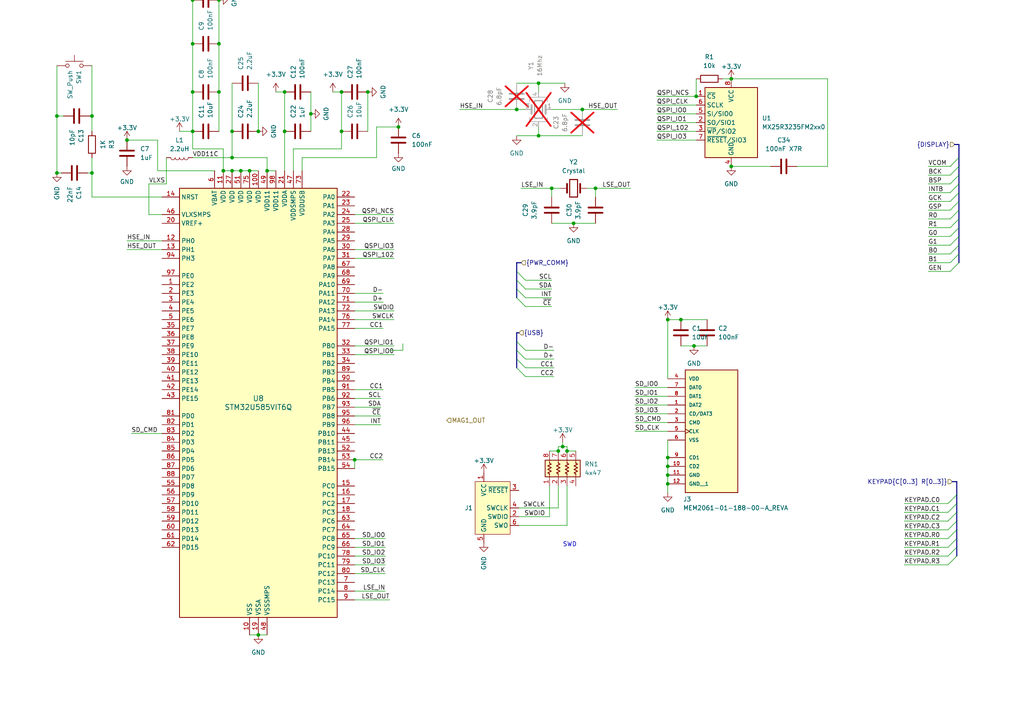
<source format=kicad_sch>
(kicad_sch (version 20230121) (generator eeschema)
  (paper "A4")
  (lib_symbols
    (symbol "Connector:Conn_ARM_SWD_TagConnect_TC2030-NL" (in_bom no)
      (property "Reference" "J" (at 2.54 11.43 0))
      (property "Value" "Conn_ARM_SWD_TagConnect_TC2030-NL" (at 2.54 8.89 0))
      (symbol "Conn_ARM_SWD_TagConnect_TC2030-NL_0_0"
        (pin power_in line (at -2.54 10.16 270) (length 2.54) (name "VCC") (number "1"))
        (pin bidirectional line (at 7.62 -2.54 180) (length 2.54) (name "SWDIO") (number "2"))
        (pin open_collector line (at 7.62 5.08 180) (length 2.54) (name "~{RESET}") (number "3"))
        (pin output line (at 7.62 0 180) (length 2.54) (name "SWCLK") (number "4"))
        (pin power_in line (at -2.54 -10.16 90) (length 2.54) (name "GND") (number "5"))
        (pin input line (at 7.62 -5.08 180) (length 2.54) (name "SWO") (number "6"))
      )
      (symbol "Conn_ARM_SWD_TagConnect_TC2030-NL_0_1"
        (rectangle (start -5.08 7.62) (end 5.08 -7.62) (fill (type background)))
      )
    )
    (symbol "Device:C" (pin_numbers hide) (pin_names (offset 0.254))
      (property "Reference" "C" (at 0.635 2.54 0))
      (property "Value" "C" (at 0.635 -2.54 0))
      (symbol "C_0_1"
        (polyline (pts (xy -2.032 -0.762) (xy 2.032 -0.762)) (stroke (width 0.508)))
        (polyline (pts (xy -2.032 0.762) (xy 2.032 0.762)) (stroke (width 0.508)))
      )
      (symbol "C_1_1"
        (pin passive line (at 0 3.81 270) (length 2.794) (name "~") (number "1"))
        (pin passive line (at 0 -3.81 90) (length 2.794) (name "~") (number "2"))
      )
    )
    (symbol "Device:Crystal" (pin_numbers hide) (pin_names (offset 1.016) hide)
      (property "Reference" "Y" (at 0 3.81 0))
      (property "Value" "Crystal" (at 0 -3.81 0))
      (symbol "Crystal_0_1"
        (rectangle (start -1.143 2.54) (end 1.143 -2.54) (stroke (width 0.3048)))
        (polyline (pts (xy -2.54 0) (xy -1.905 0)))
        (polyline (pts (xy -1.905 -1.27) (xy -1.905 1.27)) (stroke (width 0.508)))
        (polyline (pts (xy 1.905 -1.27) (xy 1.905 1.27)) (stroke (width 0.508)))
        (polyline (pts (xy 2.54 0) (xy 1.905 0)))
      )
      (symbol "Crystal_1_1"
        (pin passive line (at -3.81 0 0) (length 1.27) (name "1") (number "1"))
        (pin passive line (at 3.81 0 180) (length 1.27) (name "2") (number "2"))
      )
    )
    (symbol "Device:Crystal_GND24" (pin_names (offset 1.016) hide)
      (property "Reference" "Y" (at 3.175 5.08 0))
      (property "Value" "Crystal_GND24" (at 3.175 3.175 0))
      (symbol "Crystal_GND24_0_1"
        (rectangle (start -1.143 2.54) (end 1.143 -2.54) (stroke (width 0.3048)))
        (polyline (pts (xy -2.54 0) (xy -2.032 0)))
        (polyline (pts (xy -2.032 -1.27) (xy -2.032 1.27)) (stroke (width 0.508)))
        (polyline (pts (xy 0 -3.81) (xy 0 -3.556)))
        (polyline (pts (xy 0 3.556) (xy 0 3.81)))
        (polyline (pts (xy 2.032 -1.27) (xy 2.032 1.27)) (stroke (width 0.508)))
        (polyline (pts (xy 2.032 0) (xy 2.54 0)))
        (polyline (pts (xy -2.54 -2.286) (xy -2.54 -3.556) (xy 2.54 -3.556) (xy 2.54 -2.286)))
        (polyline (pts (xy -2.54 2.286) (xy -2.54 3.556) (xy 2.54 3.556) (xy 2.54 2.286)))
      )
      (symbol "Crystal_GND24_1_1"
        (pin passive line (at -3.81 0 0) (length 1.27) (name "1") (number "1"))
        (pin passive line (at 0 5.08 270) (length 1.27) (name "2") (number "2"))
        (pin passive line (at 3.81 0 180) (length 1.27) (name "3") (number "3"))
        (pin passive line (at 0 -5.08 90) (length 1.27) (name "4") (number "4"))
      )
    )
    (symbol "Device:L" (pin_numbers hide) (pin_names (offset 1.016) hide)
      (property "Reference" "L" (at -1.27 0 90))
      (property "Value" "L" (at 1.905 0 90))
      (symbol "L_0_1"
        (arc (start 0 -2.54) (mid 0.6323 -1.905) (end 0 -1.27))
        (arc (start 0 -1.27) (mid 0.6323 -0.635) (end 0 0))
        (arc (start 0 0) (mid 0.6323 0.635) (end 0 1.27))
        (arc (start 0 1.27) (mid 0.6323 1.905) (end 0 2.54))
      )
      (symbol "L_1_1"
        (pin passive line (at 0 3.81 270) (length 1.27) (name "1") (number "1"))
        (pin passive line (at 0 -3.81 90) (length 1.27) (name "2") (number "2"))
      )
    )
    (symbol "Device:R" (pin_numbers hide) (pin_names (offset 0))
      (property "Reference" "R" (at 2.032 0 90))
      (property "Value" "R" (at 0 0 90))
      (symbol "R_0_1"
        (rectangle (start -1.016 -2.54) (end 1.016 2.54) (stroke (width 0.254)))
      )
      (symbol "R_1_1"
        (pin passive line (at 0 3.81 270) (length 1.27) (name "~") (number "1"))
        (pin passive line (at 0 -3.81 90) (length 1.27) (name "~") (number "2"))
      )
    )
    (symbol "MCU_ST_STM32U5:STM32U585VITxQ"
      (property "Reference" "U" (at -22.86 64.77 0))
      (property "Value" "STM32U585VITxQ" (at 15.24 64.77 0))
      (symbol "STM32U585VITxQ_0_1"
        (rectangle (start -22.86 -60.96) (end 22.86 63.5) (stroke (width 0.254)) (fill (type background)))
      )
      (symbol "STM32U585VITxQ_1_1"
        (pin bidirectional line (at -27.94 35.56 0) (length 5.08) (name "PE2") (number "1"))
        (pin power_in line (at -2.54 -66.04 90) (length 5.08) (name "VSS") (number "10"))
        (pin power_in line (at 0 68.58 270) (length 5.08) (name "VDD") (number "100"))
        (pin power_in line (at -10.16 68.58 270) (length 5.08) (name "VDD") (number "11"))
        (pin bidirectional line (at -27.94 48.26 0) (length 5.08) (name "PH0") (number "12"))
        (pin bidirectional line (at -27.94 45.72 0) (length 5.08) (name "PH1") (number "13"))
        (pin input line (at -27.94 60.96 0) (length 5.08) (name "NRST") (number "14"))
        (pin bidirectional line (at 27.94 -22.86 180) (length 5.08) (name "PC0") (number "15"))
        (pin bidirectional line (at 27.94 -25.4 180) (length 5.08) (name "PC1") (number "16"))
        (pin bidirectional line (at 27.94 -27.94 180) (length 5.08) (name "PC2") (number "17"))
        (pin bidirectional line (at 27.94 -30.48 180) (length 5.08) (name "PC3") (number "18"))
        (pin power_in line (at 0 -66.04 90) (length 5.08) (name "VSSA") (number "19"))
        (pin bidirectional line (at -27.94 33.02 0) (length 5.08) (name "PE3") (number "2"))
        (pin input line (at -27.94 53.34 0) (length 5.08) (name "VREF+") (number "20"))
        (pin power_in line (at 7.62 68.58 270) (length 5.08) (name "VDDA") (number "21"))
        (pin bidirectional line (at 27.94 60.96 180) (length 5.08) (name "PA0") (number "22"))
        (pin bidirectional line (at 27.94 58.42 180) (length 5.08) (name "PA1") (number "23"))
        (pin bidirectional line (at 27.94 55.88 180) (length 5.08) (name "PA2") (number "24"))
        (pin bidirectional line (at 27.94 53.34 180) (length 5.08) (name "PA3") (number "25"))
        (pin passive line (at -2.54 -66.04 90) (length 5.08) hide (name "VSS") (number "26"))
        (pin power_in line (at -7.62 68.58 270) (length 5.08) (name "VDD") (number "27"))
        (pin bidirectional line (at 27.94 50.8 180) (length 5.08) (name "PA4") (number "28"))
        (pin bidirectional line (at 27.94 48.26 180) (length 5.08) (name "PA5") (number "29"))
        (pin bidirectional line (at -27.94 30.48 0) (length 5.08) (name "PE4") (number "3"))
        (pin bidirectional line (at 27.94 45.72 180) (length 5.08) (name "PA6") (number "30"))
        (pin bidirectional line (at 27.94 43.18 180) (length 5.08) (name "PA7") (number "31"))
        (pin bidirectional line (at 27.94 17.78 180) (length 5.08) (name "PB0") (number "32"))
        (pin bidirectional line (at 27.94 15.24 180) (length 5.08) (name "PB1") (number "33"))
        (pin bidirectional line (at 27.94 12.7 180) (length 5.08) (name "PB2") (number "34"))
        (pin bidirectional line (at -27.94 22.86 0) (length 5.08) (name "PE7") (number "35"))
        (pin bidirectional line (at -27.94 20.32 0) (length 5.08) (name "PE8") (number "36"))
        (pin bidirectional line (at -27.94 17.78 0) (length 5.08) (name "PE9") (number "37"))
        (pin bidirectional line (at -27.94 15.24 0) (length 5.08) (name "PE10") (number "38"))
        (pin bidirectional line (at -27.94 12.7 0) (length 5.08) (name "PE11") (number "39"))
        (pin bidirectional line (at -27.94 27.94 0) (length 5.08) (name "PE5") (number "4"))
        (pin bidirectional line (at -27.94 10.16 0) (length 5.08) (name "PE12") (number "40"))
        (pin bidirectional line (at -27.94 7.62 0) (length 5.08) (name "PE13") (number "41"))
        (pin bidirectional line (at -27.94 5.08 0) (length 5.08) (name "PE14") (number "42"))
        (pin bidirectional line (at -27.94 2.54 0) (length 5.08) (name "PE15") (number "43"))
        (pin bidirectional line (at 27.94 -7.62 180) (length 5.08) (name "PB10") (number "44"))
        (pin bidirectional line (at 27.94 -10.16 180) (length 5.08) (name "PB11") (number "45"))
        (pin power_in line (at -27.94 55.88 0) (length 5.08) (name "VLXSMPS") (number "46"))
        (pin power_in line (at 10.16 68.58 270) (length 5.08) (name "VDDSMPS") (number "47"))
        (pin power_in line (at 2.54 -66.04 90) (length 5.08) (name "VSSSMPS") (number "48"))
        (pin power_in line (at 2.54 68.58 270) (length 5.08) (name "VDD11") (number "49"))
        (pin bidirectional line (at -27.94 25.4 0) (length 5.08) (name "PE6") (number "5"))
        (pin passive line (at -2.54 -66.04 90) (length 5.08) hide (name "VSS") (number "50"))
        (pin power_in line (at -5.08 68.58 270) (length 5.08) (name "VDD") (number "51"))
        (pin bidirectional line (at 27.94 -12.7 180) (length 5.08) (name "PB13") (number "52"))
        (pin bidirectional line (at 27.94 -15.24 180) (length 5.08) (name "PB14") (number "53"))
        (pin bidirectional line (at 27.94 -17.78 180) (length 5.08) (name "PB15") (number "54"))
        (pin bidirectional line (at -27.94 -22.86 0) (length 5.08) (name "PD8") (number "55"))
        (pin bidirectional line (at -27.94 -25.4 0) (length 5.08) (name "PD9") (number "56"))
        (pin bidirectional line (at -27.94 -27.94 0) (length 5.08) (name "PD10") (number "57"))
        (pin bidirectional line (at -27.94 -30.48 0) (length 5.08) (name "PD11") (number "58"))
        (pin bidirectional line (at -27.94 -33.02 0) (length 5.08) (name "PD12") (number "59"))
        (pin power_in line (at -12.7 68.58 270) (length 5.08) (name "VBAT") (number "6"))
        (pin bidirectional line (at -27.94 -35.56 0) (length 5.08) (name "PD13") (number "60"))
        (pin bidirectional line (at -27.94 -38.1 0) (length 5.08) (name "PD14") (number "61"))
        (pin bidirectional line (at -27.94 -40.64 0) (length 5.08) (name "PD15") (number "62"))
        (pin bidirectional line (at 27.94 -33.02 180) (length 5.08) (name "PC6") (number "63"))
        (pin bidirectional line (at 27.94 -35.56 180) (length 5.08) (name "PC7") (number "64"))
        (pin bidirectional line (at 27.94 -38.1 180) (length 5.08) (name "PC8") (number "65"))
        (pin bidirectional line (at 27.94 -40.64 180) (length 5.08) (name "PC9") (number "66"))
        (pin bidirectional line (at 27.94 40.64 180) (length 5.08) (name "PA8") (number "67"))
        (pin bidirectional line (at 27.94 38.1 180) (length 5.08) (name "PA9") (number "68"))
        (pin bidirectional line (at 27.94 35.56 180) (length 5.08) (name "PA10") (number "69"))
        (pin bidirectional line (at 27.94 -50.8 180) (length 5.08) (name "PC13") (number "7"))
        (pin bidirectional line (at 27.94 33.02 180) (length 5.08) (name "PA11") (number "70"))
        (pin bidirectional line (at 27.94 30.48 180) (length 5.08) (name "PA12") (number "71"))
        (pin bidirectional line (at 27.94 27.94 180) (length 5.08) (name "PA13") (number "72"))
        (pin power_in line (at 12.7 68.58 270) (length 5.08) (name "VDDUSB") (number "73"))
        (pin passive line (at -2.54 -66.04 90) (length 5.08) hide (name "VSS") (number "74"))
        (pin power_in line (at -2.54 68.58 270) (length 5.08) (name "VDD") (number "75"))
        (pin bidirectional line (at 27.94 25.4 180) (length 5.08) (name "PA14") (number "76"))
        (pin bidirectional line (at 27.94 22.86 180) (length 5.08) (name "PA15") (number "77"))
        (pin bidirectional line (at 27.94 -43.18 180) (length 5.08) (name "PC10") (number "78"))
        (pin bidirectional line (at 27.94 -45.72 180) (length 5.08) (name "PC11") (number "79"))
        (pin bidirectional line (at 27.94 -53.34 180) (length 5.08) (name "PC14") (number "8"))
        (pin bidirectional line (at 27.94 -48.26 180) (length 5.08) (name "PC12") (number "80"))
        (pin bidirectional line (at -27.94 -2.54 0) (length 5.08) (name "PD0") (number "81"))
        (pin bidirectional line (at -27.94 -5.08 0) (length 5.08) (name "PD1") (number "82"))
        (pin bidirectional line (at -27.94 -7.62 0) (length 5.08) (name "PD2") (number "83"))
        (pin bidirectional line (at -27.94 -10.16 0) (length 5.08) (name "PD3") (number "84"))
        (pin bidirectional line (at -27.94 -12.7 0) (length 5.08) (name "PD4") (number "85"))
        (pin bidirectional line (at -27.94 -15.24 0) (length 5.08) (name "PD5") (number "86"))
        (pin bidirectional line (at -27.94 -17.78 0) (length 5.08) (name "PD6") (number "87"))
        (pin bidirectional line (at -27.94 -20.32 0) (length 5.08) (name "PD7") (number "88"))
        (pin bidirectional line (at 27.94 10.16 180) (length 5.08) (name "PB3") (number "89"))
        (pin bidirectional line (at 27.94 -55.88 180) (length 5.08) (name "PC15") (number "9"))
        (pin bidirectional line (at 27.94 7.62 180) (length 5.08) (name "PB4") (number "90"))
        (pin bidirectional line (at 27.94 5.08 180) (length 5.08) (name "PB5") (number "91"))
        (pin bidirectional line (at 27.94 2.54 180) (length 5.08) (name "PB6") (number "92"))
        (pin bidirectional line (at 27.94 0 180) (length 5.08) (name "PB7") (number "93"))
        (pin bidirectional line (at -27.94 43.18 0) (length 5.08) (name "PH3") (number "94"))
        (pin bidirectional line (at 27.94 -2.54 180) (length 5.08) (name "PB8") (number "95"))
        (pin bidirectional line (at 27.94 -5.08 180) (length 5.08) (name "PB9") (number "96"))
        (pin bidirectional line (at -27.94 38.1 0) (length 5.08) (name "PE0") (number "97"))
        (pin power_in line (at 5.08 68.58 270) (length 5.08) (name "VDD11") (number "98"))
        (pin passive line (at -2.54 -66.04 90) (length 5.08) hide (name "VSS") (number "99"))
      )
    )
    (symbol "MEM2061-01-188-00-A_REVA:MEM2061-01-188-00-A_REVA" (pin_names (offset 1.016))
      (property "Reference" "J" (at 0 15.2675 0))
      (property "Value" "MEM2061-01-188-00-A_REVA" (at 0 -22.8815 0))
      (symbol "MEM2061-01-188-00-A_REVA_0_0"
        (rectangle (start 0 -20.32) (end 15.24 15.24) (stroke (width 0.254)) (fill (type background)))
        (pin bidirectional line (at -5.08 5.08 0) (length 5.08) (name "DAT2") (number "1"))
        (pin passive line (at -5.08 -12.7 0) (length 5.08) (name "CD2") (number "10"))
        (pin power_in line (at -5.08 -15.24 0) (length 5.08) (name "GND") (number "11"))
        (pin power_in line (at -5.08 -17.78 0) (length 5.08) (name "GND__1") (number "12"))
        (pin bidirectional line (at -5.08 2.54 0) (length 5.08) (name "CD/DAT3") (number "2"))
        (pin bidirectional line (at -5.08 0 0) (length 5.08) (name "CMD") (number "3"))
        (pin power_in line (at -5.08 12.7 0) (length 5.08) (name "VDD") (number "4"))
        (pin bidirectional clock (at -5.08 -2.54 0) (length 5.08) (name "CLK") (number "5"))
        (pin power_in line (at -5.08 -5.08 0) (length 5.08) (name "VSS") (number "6"))
        (pin bidirectional line (at -5.08 10.16 0) (length 5.08) (name "DAT0") (number "7"))
        (pin bidirectional line (at -5.08 7.62 0) (length 5.08) (name "DAT1") (number "8"))
        (pin passive line (at -5.08 -10.16 0) (length 5.08) (name "CD1") (number "9"))
      )
    )
    (symbol "Memory_Flash:MX25R3235FM2xx0"
      (property "Reference" "U" (at -6.35 11.43 0))
      (property "Value" "MX25R3235FM2xx0" (at 11.43 11.43 0))
      (symbol "MX25R3235FM2xx0_0_1"
        (rectangle (start -7.62 10.16) (end 7.62 -10.16) (stroke (width 0.254)) (fill (type background)))
      )
      (symbol "MX25R3235FM2xx0_1_1"
        (pin input line (at -10.16 7.62 0) (length 2.54) (name "~{CS}") (number "1"))
        (pin bidirectional line (at -10.16 0 0) (length 2.54) (name "SO/SIO1") (number "2"))
        (pin bidirectional line (at -10.16 -2.54 0) (length 2.54) (name "~{WP}/SIO2") (number "3"))
        (pin power_in line (at 0 -12.7 90) (length 2.54) (name "GND") (number "4"))
        (pin bidirectional line (at -10.16 2.54 0) (length 2.54) (name "SI/SIO0") (number "5"))
        (pin input line (at -10.16 5.08 0) (length 2.54) (name "SCLK") (number "6"))
        (pin bidirectional line (at -10.16 -5.08 0) (length 2.54) (name "~{RESET}/SIO3") (number "7"))
        (pin power_in line (at 0 12.7 270) (length 2.54) (name "VCC") (number "8"))
      )
    )
    (symbol "PCM_Resistor_US_AKL:R_4x0603_Convex" (pin_names (offset 0.002) hide)
      (property "Reference" "RN" (at 5.08 1.27 0))
      (property "Value" "R_4x0603_Convex" (at 5.08 -1.27 0))
      (symbol "R_4x0603_Convex_0_1"
        (rectangle (start -6.35 -2.413) (end 3.81 2.413) (stroke (width 0.254)) (fill (type background)))
        (polyline (pts (xy -5.08 -2.54) (xy -5.08 -1.778)))
        (polyline (pts (xy -5.08 1.778) (xy -5.08 2.54)))
        (polyline (pts (xy -2.54 -2.54) (xy -2.54 -1.778)))
        (polyline (pts (xy -2.54 1.778) (xy -2.54 2.54)))
        (polyline (pts (xy 0 -2.54) (xy 0 -1.778)))
        (polyline (pts (xy 0 1.778) (xy 0 2.54)))
        (polyline (pts (xy 2.54 -2.54) (xy 2.54 -1.778)))
        (polyline (pts (xy 2.54 1.778) (xy 2.54 2.54)))
        (polyline (pts (xy -5.08 1.778) (xy -5.08 1.524) (xy -4.572 1.27) (xy -5.588 0.762) (xy -4.572 0.254) (xy -5.588 -0.254) (xy -4.572 -0.762) (xy -5.588 -1.27) (xy -5.08 -1.524) (xy -5.08 -1.778)) (stroke (width 0.254)))
        (polyline (pts (xy -2.54 1.778) (xy -2.54 1.524) (xy -2.032 1.27) (xy -3.048 0.762) (xy -2.032 0.254) (xy -3.048 -0.254) (xy -2.032 -0.762) (xy -3.048 -1.27) (xy -2.54 -1.524) (xy -2.54 -1.778)) (stroke (width 0.254)))
        (polyline (pts (xy 0 1.778) (xy 0 1.524) (xy 0.508 1.27) (xy -0.508 0.762) (xy 0.508 0.254) (xy -0.508 -0.254) (xy 0.508 -0.762) (xy -0.508 -1.27) (xy 0 -1.524) (xy 0 -1.778)) (stroke (width 0.254)))
        (polyline (pts (xy 2.54 1.778) (xy 2.54 1.524) (xy 3.048 1.27) (xy 2.032 0.762) (xy 3.048 0.254) (xy 2.032 -0.254) (xy 3.048 -0.762) (xy 2.032 -1.27) (xy 2.54 -1.524) (xy 2.54 -1.778)) (stroke (width 0.254)))
      )
      (symbol "R_4x0603_Convex_1_1"
        (pin passive line (at -5.08 -5.08 90) (length 2.54) (name "R1.1") (number "1"))
        (pin passive line (at -2.54 -5.08 90) (length 2.54) (name "R2.1") (number "2"))
        (pin passive line (at 0 -5.08 90) (length 2.54) (name "R3.1") (number "3"))
        (pin passive line (at 2.54 -5.08 90) (length 2.54) (name "R4.1") (number "4"))
        (pin passive line (at 2.54 5.08 270) (length 2.54) (name "R4.2") (number "5"))
        (pin passive line (at 0 5.08 270) (length 2.54) (name "R3.2") (number "6"))
        (pin passive line (at -2.54 5.08 270) (length 2.54) (name "R2.2") (number "7"))
        (pin passive line (at -5.08 5.08 270) (length 2.54) (name "R1.2") (number "8"))
      )
    )
    (symbol "Switch:SW_Push" (pin_numbers hide) (pin_names (offset 1.016) hide)
      (property "Reference" "SW" (at 1.27 2.54 0))
      (property "Value" "SW_Push" (at 0 -1.524 0))
      (symbol "SW_Push_0_1"
        (circle (center -2.032 0) (radius 0.508))
        (polyline (pts (xy 0 1.27) (xy 0 3.048)))
        (polyline (pts (xy 2.54 1.27) (xy -2.54 1.27)))
        (circle (center 2.032 0) (radius 0.508))
        (pin passive line (at -5.08 0 0) (length 2.54) (name "1") (number "1"))
        (pin passive line (at 5.08 0 180) (length 2.54) (name "2") (number "2"))
      )
    )
    (symbol "power:+3.3V" (power) (pin_names (offset 0))
      (property "Value" "+3.3V" (at 0 3.556 0))
      (symbol "+3.3V_0_1"
        (polyline (pts (xy -0.762 1.27) (xy 0 2.54)))
        (polyline (pts (xy 0 0) (xy 0 2.54)))
        (polyline (pts (xy 0 2.54) (xy 0.762 1.27)))
      )
      (symbol "+3.3V_1_1"
        (pin power_in line (at 0 0 90) (length 0) hide (name "+3.3V") (number "1"))
      )
    )
    (symbol "power:GND" (power) (pin_names (offset 0))
      (property "Value" "GND" (at 0 -3.81 0))
      (symbol "GND_0_1"
        (polyline (pts (xy 0 0) (xy 0 -1.27) (xy 1.27 -1.27) (xy 0 -2.54) (xy -1.27 -1.27) (xy 0 -1.27)))
      )
      (symbol "GND_1_1"
        (pin power_in line (at 0 0 270) (length 0) hide (name "GND") (number "1"))
      )
    )
  )
  (bus_alias "PWR_COMM" (members "~{CE}" "INT" "SCL" "SDA"))
  (junction (at 36.83 40.64))
  (junction (at 16.51 33.655))
  (junction (at 193.675 135.255))
  (junction (at 166.37 64.77))
  (junction (at 193.675 137.795))
  (junction (at 90.17 33.02))
  (junction (at 63.5 26.67))
  (junction (at 55.88 -13.97))
  (junction (at 102.87 133.35))
  (junction (at 67.31 38.1))
  (junction (at 63.5 0))
  (junction (at 74.93 38.1))
  (junction (at 26.67 33.655))
  (junction (at 160.02 54.61))
  (junction (at 212.09 22.86))
  (junction (at 69.85 49.53))
  (junction (at 115.57 36.83))
  (junction (at 55.88 26.67))
  (junction (at 55.88 12.7))
  (junction (at 161.925 130.81))
  (junction (at 55.88 38.1))
  (junction (at 55.88 0))
  (junction (at 67.31 45.72))
  (junction (at 77.47 49.53))
  (junction (at 82.55 38.1))
  (junction (at 197.485 92.71))
  (junction (at 201.295 100.33))
  (junction (at 99.06 26.67))
  (junction (at 201.93 27.94))
  (junction (at 26.67 50.165))
  (junction (at 164.465 130.81))
  (junction (at 16.51 50.165))
  (junction (at 193.675 92.71))
  (junction (at 172.72 54.61))
  (junction (at 72.39 49.53))
  (junction (at 212.09 48.26))
  (junction (at 99.06 38.1))
  (junction (at 63.5 12.7))
  (junction (at 163.195 129.54))
  (junction (at 193.675 140.335))
  (junction (at 193.675 132.715))
  (junction (at 156.21 39.37))
  (junction (at 63.5 -13.97))
  (junction (at 168.91 31.75))
  (junction (at 106.68 26.67))
  (junction (at 67.31 49.53))
  (junction (at 82.55 26.67))
  (junction (at 74.93 184.15))
  (junction (at 156.21 24.13))
  (junction (at 64.77 49.53))
  (junction (at 149.86 31.75))
  (bus_entry (at 149.86 101.6) (size 2.54 2.54))
  (bus_entry (at 278.13 66.04) (size -2.54 2.54))
  (bus_entry (at 149.86 83.82) (size 2.54 2.54))
  (bus_entry (at 278.13 76.2) (size -2.54 2.54))
  (bus_entry (at 278.13 63.5) (size -2.54 2.54))
  (bus_entry (at 277.495 148.59) (size -2.54 2.54))
  (bus_entry (at 277.495 153.67) (size -2.54 2.54))
  (bus_entry (at 277.495 143.51) (size -2.54 2.54))
  (bus_entry (at 278.13 60.96) (size -2.54 2.54))
  (bus_entry (at 278.13 58.42) (size -2.54 2.54))
  (bus_entry (at 278.13 45.72) (size -2.54 2.54))
  (bus_entry (at 278.13 68.58) (size -2.54 2.54))
  (bus_entry (at 277.495 158.75) (size -2.54 2.54))
  (bus_entry (at 278.13 55.88) (size -2.54 2.54))
  (bus_entry (at 277.495 151.13) (size -2.54 2.54))
  (bus_entry (at 277.495 146.05) (size -2.54 2.54))
  (bus_entry (at 278.13 53.34) (size -2.54 2.54))
  (bus_entry (at 149.86 106.68) (size 2.54 2.54))
  (bus_entry (at 277.495 161.29) (size -2.54 2.54))
  (bus_entry (at 278.13 73.66) (size -2.54 2.54))
  (bus_entry (at 277.495 156.21) (size -2.54 2.54))
  (bus_entry (at 149.86 99.06) (size 2.54 2.54))
  (bus_entry (at 149.86 86.36) (size 2.54 2.54))
  (bus_entry (at 149.86 81.28) (size 2.54 2.54))
  (bus_entry (at 149.86 104.14) (size 2.54 2.54))
  (bus_entry (at 278.13 48.26) (size -2.54 2.54))
  (bus_entry (at 278.13 50.8) (size -2.54 2.54))
  (bus_entry (at 278.13 71.12) (size -2.54 2.54))
  (bus_entry (at 149.86 78.74) (size 2.54 2.54))
  (bus (pts (xy 278.13 48.26) (xy 278.13 50.8)))
  (wire (pts (xy 63.5 0) (xy 63.5 -13.97)))
  (wire (pts (xy 172.72 54.61) (xy 170.18 54.61)))
  (wire (pts (xy 156.21 26.67) (xy 156.21 24.13)))
  (bus (pts (xy 277.495 153.67) (xy 277.495 156.21)))
  (wire (pts (xy 82.55 38.1) (xy 82.55 26.67)))
  (wire (pts (xy 72.39 184.15) (xy 74.93 184.15)))
  (wire (pts (xy 111.76 158.75) (xy 102.87 158.75)))
  (wire (pts (xy 150.495 152.4) (xy 164.465 152.4)))
  (wire (pts (xy 72.39 49.53) (xy 69.85 49.53)))
  (wire (pts (xy 209.55 22.86) (xy 212.09 22.86)))
  (wire (pts (xy 275.59 63.5) (xy 269.24 63.5)))
  (wire (pts (xy 164.465 130.81) (xy 167.005 130.81)))
  (wire (pts (xy 190.5 33.02) (xy 201.93 33.02)))
  (wire (pts (xy 262.255 158.75) (xy 274.955 158.75)))
  (wire (pts (xy 55.88 43.18) (xy 64.77 43.18)))
  (wire (pts (xy 45.72 40.64) (xy 45.72 49.53)))
  (wire (pts (xy 52.07 38.1) (xy 55.88 38.1)))
  (wire (pts (xy 90.17 33.02) (xy 90.17 26.67)))
  (wire (pts (xy 102.87 113.03) (xy 111.125 113.03)))
  (wire (pts (xy 111.76 166.37) (xy 102.87 166.37)))
  (wire (pts (xy 111.76 161.29) (xy 102.87 161.29)))
  (wire (pts (xy 184.15 122.555) (xy 193.675 122.555)))
  (bus (pts (xy 277.495 151.13) (xy 277.495 153.67)))
  (wire (pts (xy 55.88 38.1) (xy 55.88 43.18)))
  (wire (pts (xy 160.02 54.61) (xy 162.56 54.61)))
  (wire (pts (xy 26.67 57.15) (xy 46.99 57.15)))
  (bus (pts (xy 149.86 83.82) (xy 149.86 86.36)))
  (wire (pts (xy 193.675 132.715) (xy 193.675 135.255)))
  (bus (pts (xy 277.495 139.7) (xy 277.495 143.51)))
  (wire (pts (xy 63.5 -13.97) (xy 63.5 -26.67)))
  (wire (pts (xy 114.3 64.77) (xy 102.87 64.77)))
  (wire (pts (xy 201.93 35.56) (xy 190.5 35.56)))
  (wire (pts (xy 262.255 153.67) (xy 274.955 153.67)))
  (wire (pts (xy 116.84 101.6) (xy 113.03 101.6)))
  (wire (pts (xy 38.1 125.73) (xy 46.99 125.73)))
  (wire (pts (xy 172.72 54.61) (xy 172.72 57.15)))
  (wire (pts (xy 184.15 114.935) (xy 193.675 114.935)))
  (wire (pts (xy 102.87 115.57) (xy 110.49 115.57)))
  (wire (pts (xy 116.84 99.695) (xy 116.84 101.6)))
  (wire (pts (xy 55.88 38.1) (xy 55.88 26.67)))
  (wire (pts (xy 55.88 -13.97) (xy 55.88 -26.67)))
  (wire (pts (xy 160.655 109.22) (xy 152.4 109.22)))
  (wire (pts (xy 111.125 133.35) (xy 102.87 133.35)))
  (wire (pts (xy 201.295 100.33) (xy 205.105 100.33)))
  (wire (pts (xy 26.67 45.72) (xy 26.67 50.165)))
  (bus (pts (xy 278.13 50.8) (xy 278.13 53.34)))
  (bus (pts (xy 149.86 101.6) (xy 149.86 104.14)))
  (bus (pts (xy 278.13 68.58) (xy 278.13 71.12)))
  (wire (pts (xy 82.55 38.1) (xy 82.55 49.53)))
  (wire (pts (xy 190.5 38.1) (xy 201.93 38.1)))
  (wire (pts (xy 184.15 112.395) (xy 193.675 112.395)))
  (wire (pts (xy 63.5 26.67) (xy 63.5 12.7)))
  (bus (pts (xy 149.86 81.28) (xy 149.86 83.82)))
  (wire (pts (xy 160.02 31.75) (xy 168.91 31.75)))
  (bus (pts (xy 276.225 139.7) (xy 277.495 139.7)))
  (wire (pts (xy 67.31 38.1) (xy 67.31 24.13)))
  (wire (pts (xy 184.15 125.095) (xy 193.675 125.095)))
  (wire (pts (xy 161.925 147.32) (xy 161.925 140.97)))
  (wire (pts (xy 26.67 19.05) (xy 26.67 33.655)))
  (wire (pts (xy 275.59 78.74) (xy 269.24 78.74)))
  (wire (pts (xy 102.87 100.33) (xy 114.3 100.33)))
  (wire (pts (xy 133.35 31.75) (xy 149.86 31.75)))
  (wire (pts (xy 111.76 156.21) (xy 102.87 156.21)))
  (wire (pts (xy 16.51 33.655) (xy 16.51 50.165)))
  (wire (pts (xy 96.52 26.67) (xy 99.06 26.67)))
  (wire (pts (xy 150.495 147.32) (xy 161.925 147.32)))
  (wire (pts (xy 164.465 129.54) (xy 164.465 130.81)))
  (wire (pts (xy 114.3 90.17) (xy 102.87 90.17)))
  (wire (pts (xy 114.3 62.23) (xy 102.87 62.23)))
  (wire (pts (xy 111.125 87.63) (xy 102.87 87.63)))
  (wire (pts (xy 48.26 53.34) (xy 43.18 53.34)))
  (wire (pts (xy 152.4 101.6) (xy 160.655 101.6)))
  (wire (pts (xy 275.59 48.26) (xy 269.24 48.26)))
  (wire (pts (xy 90.17 38.1) (xy 90.17 33.02)))
  (wire (pts (xy 164.465 140.97) (xy 164.465 152.4)))
  (wire (pts (xy 102.87 118.11) (xy 110.49 118.11)))
  (wire (pts (xy 275.59 68.58) (xy 269.24 68.58)))
  (wire (pts (xy 67.31 49.53) (xy 64.77 49.53)))
  (bus (pts (xy 277.495 158.75) (xy 277.495 161.29)))
  (wire (pts (xy 274.955 148.59) (xy 262.255 148.59)))
  (wire (pts (xy 184.15 117.475) (xy 193.675 117.475)))
  (wire (pts (xy 85.09 43.18) (xy 99.06 43.18)))
  (wire (pts (xy 156.21 36.83) (xy 156.21 39.37)))
  (wire (pts (xy 193.675 127.635) (xy 193.675 132.715)))
  (bus (pts (xy 278.13 41.91) (xy 278.13 45.72)))
  (wire (pts (xy 111.76 171.45) (xy 102.87 171.45)))
  (wire (pts (xy 160.655 104.14) (xy 152.4 104.14)))
  (wire (pts (xy 152.4 88.9) (xy 160.02 88.9)))
  (wire (pts (xy 190.5 27.94) (xy 201.93 27.94)))
  (wire (pts (xy 102.87 173.99) (xy 113.03 173.99)))
  (wire (pts (xy 36.83 69.85) (xy 46.99 69.85)))
  (bus (pts (xy 277.495 148.59) (xy 277.495 151.13)))
  (wire (pts (xy 64.77 43.18) (xy 64.77 49.53)))
  (wire (pts (xy 26.67 38.1) (xy 26.67 33.655)))
  (bus (pts (xy 278.13 53.34) (xy 278.13 55.88)))
  (wire (pts (xy 102.87 120.65) (xy 110.49 120.65)))
  (wire (pts (xy 190.5 30.48) (xy 201.93 30.48)))
  (wire (pts (xy 160.02 64.77) (xy 166.37 64.77)))
  (wire (pts (xy 156.21 39.37) (xy 168.91 39.37)))
  (bus (pts (xy 278.13 66.04) (xy 278.13 68.58)))
  (wire (pts (xy 262.255 156.21) (xy 274.955 156.21)))
  (bus (pts (xy 277.495 156.21) (xy 277.495 158.75)))
  (wire (pts (xy 275.59 55.88) (xy 269.24 55.88)))
  (wire (pts (xy 149.86 24.13) (xy 156.21 24.13)))
  (wire (pts (xy 159.385 149.86) (xy 159.385 140.97)))
  (wire (pts (xy 184.15 120.015) (xy 193.675 120.015)))
  (wire (pts (xy 161.925 129.54) (xy 161.925 130.81)))
  (wire (pts (xy 262.255 161.29) (xy 274.955 161.29)))
  (wire (pts (xy 74.93 184.15) (xy 77.47 184.15)))
  (wire (pts (xy 193.675 92.71) (xy 193.675 109.855)))
  (bus (pts (xy 278.13 58.42) (xy 278.13 60.96)))
  (wire (pts (xy 275.59 73.66) (xy 269.24 73.66)))
  (wire (pts (xy 262.255 151.13) (xy 274.955 151.13)))
  (wire (pts (xy 45.72 40.64) (xy 36.83 40.64)))
  (wire (pts (xy 74.93 38.1) (xy 74.93 24.13)))
  (wire (pts (xy 26.67 57.15) (xy 26.67 50.165)))
  (wire (pts (xy 240.03 22.86) (xy 212.09 22.86)))
  (bus (pts (xy 278.13 60.96) (xy 278.13 63.5)))
  (wire (pts (xy 16.51 50.165) (xy 17.78 50.165)))
  (wire (pts (xy 55.88 26.67) (xy 55.88 12.7)))
  (wire (pts (xy 77.47 45.72) (xy 77.47 49.53)))
  (bus (pts (xy 276.86 41.91) (xy 278.13 41.91)))
  (wire (pts (xy 223.52 48.26) (xy 212.09 48.26)))
  (wire (pts (xy 166.37 64.77) (xy 172.72 64.77)))
  (wire (pts (xy 193.675 135.255) (xy 193.675 137.795)))
  (wire (pts (xy 43.18 62.23) (xy 46.99 62.23)))
  (bus (pts (xy 151.13 76.2) (xy 149.86 76.2)))
  (wire (pts (xy 102.87 133.35) (xy 102.87 135.89)))
  (wire (pts (xy 275.59 66.04) (xy 269.24 66.04)))
  (wire (pts (xy 275.59 58.42) (xy 269.24 58.42)))
  (wire (pts (xy 109.22 36.83) (xy 115.57 36.83)))
  (wire (pts (xy 55.88 12.7) (xy 55.88 0)))
  (wire (pts (xy 149.86 39.37) (xy 156.21 39.37)))
  (wire (pts (xy 193.675 92.71) (xy 197.485 92.71)))
  (wire (pts (xy 275.59 71.12) (xy 269.24 71.12)))
  (wire (pts (xy 48.26 45.72) (xy 48.26 53.34)))
  (wire (pts (xy 87.63 45.72) (xy 109.22 45.72)))
  (wire (pts (xy 26.67 33.655) (xy 26.035 33.655)))
  (wire (pts (xy 55.88 45.72) (xy 67.31 45.72)))
  (wire (pts (xy 102.87 85.09) (xy 111.125 85.09)))
  (wire (pts (xy 114.3 92.71) (xy 102.87 92.71)))
  (bus (pts (xy 149.86 104.14) (xy 149.86 106.68)))
  (wire (pts (xy 275.59 53.34) (xy 269.24 53.34)))
  (wire (pts (xy 275.59 76.2) (xy 269.24 76.2)))
  (wire (pts (xy 63.5 38.1) (xy 63.5 26.67)))
  (bus (pts (xy 277.495 146.05) (xy 277.495 148.59)))
  (wire (pts (xy 109.22 45.72) (xy 109.22 36.83)))
  (bus (pts (xy 149.86 96.52) (xy 149.86 99.06)))
  (wire (pts (xy 99.06 43.18) (xy 99.06 38.1)))
  (wire (pts (xy 102.87 123.19) (xy 110.49 123.19)))
  (wire (pts (xy 262.255 163.83) (xy 274.955 163.83)))
  (wire (pts (xy 151.13 54.61) (xy 160.02 54.61)))
  (wire (pts (xy 163.195 129.54) (xy 164.465 129.54)))
  (wire (pts (xy 26.67 50.165) (xy 25.4 50.165)))
  (wire (pts (xy 172.72 54.61) (xy 182.88 54.61)))
  (wire (pts (xy 63.5 12.7) (xy 63.5 0)))
  (wire (pts (xy 114.3 102.87) (xy 102.87 102.87)))
  (wire (pts (xy 152.4 81.28) (xy 160.02 81.28)))
  (bus (pts (xy 149.86 99.06) (xy 149.86 101.6)))
  (wire (pts (xy 69.85 49.53) (xy 67.31 49.53)))
  (wire (pts (xy 67.31 45.72) (xy 77.47 45.72)))
  (wire (pts (xy 114.3 74.93) (xy 102.87 74.93)))
  (wire (pts (xy 67.31 45.72) (xy 67.31 38.1)))
  (wire (pts (xy 85.09 49.53) (xy 85.09 43.18)))
  (wire (pts (xy 275.59 60.96) (xy 269.24 60.96)))
  (bus (pts (xy 278.13 71.12) (xy 278.13 73.66)))
  (wire (pts (xy 102.87 72.39) (xy 114.3 72.39)))
  (wire (pts (xy 149.86 31.75) (xy 152.4 31.75)))
  (wire (pts (xy 102.87 95.25) (xy 111.125 95.25)))
  (wire (pts (xy 275.59 50.8) (xy 269.24 50.8)))
  (wire (pts (xy 240.03 48.26) (xy 240.03 22.86)))
  (wire (pts (xy 193.675 140.335) (xy 193.675 142.875)))
  (wire (pts (xy 77.47 49.53) (xy 80.01 49.53)))
  (bus (pts (xy 277.495 143.51) (xy 277.495 146.05)))
  (wire (pts (xy 152.4 83.82) (xy 160.02 83.82)))
  (wire (pts (xy 16.51 19.05) (xy 16.51 33.655)))
  (wire (pts (xy 197.485 100.33) (xy 201.295 100.33)))
  (wire (pts (xy 45.72 49.53) (xy 62.23 49.53)))
  (wire (pts (xy 74.93 49.53) (xy 72.39 49.53)))
  (wire (pts (xy 262.255 146.05) (xy 274.955 146.05)))
  (wire (pts (xy 159.385 130.81) (xy 161.925 130.81)))
  (wire (pts (xy 201.93 40.64) (xy 190.5 40.64)))
  (wire (pts (xy 193.675 137.795) (xy 193.675 140.335)))
  (wire (pts (xy 55.88 0) (xy 55.88 -13.97)))
  (bus (pts (xy 149.86 78.74) (xy 149.86 81.28)))
  (wire (pts (xy 43.18 53.34) (xy 43.18 62.23)))
  (wire (pts (xy 111.76 163.83) (xy 102.87 163.83)))
  (wire (pts (xy 46.99 72.39) (xy 36.83 72.39)))
  (wire (pts (xy 163.195 128.27) (xy 163.195 129.54)))
  (bus (pts (xy 150.495 96.52) (xy 149.86 96.52)))
  (bus (pts (xy 278.13 63.5) (xy 278.13 66.04)))
  (wire (pts (xy 197.485 92.71) (xy 205.105 92.71)))
  (wire (pts (xy 150.495 149.86) (xy 159.385 149.86)))
  (wire (pts (xy 201.93 22.86) (xy 201.93 27.94)))
  (wire (pts (xy 152.4 86.36) (xy 160.02 86.36)))
  (wire (pts (xy 106.68 38.1) (xy 106.68 26.67)))
  (wire (pts (xy 160.02 54.61) (xy 160.02 57.15)))
  (wire (pts (xy 156.21 24.13) (xy 163.83 24.13)))
  (wire (pts (xy 16.51 33.655) (xy 18.415 33.655)))
  (wire (pts (xy 161.925 129.54) (xy 163.195 129.54)))
  (wire (pts (xy 168.91 31.75) (xy 179.07 31.75)))
  (bus (pts (xy 278.13 73.66) (xy 278.13 76.2)))
  (bus (pts (xy 278.13 45.72) (xy 278.13 48.26)))
  (wire (pts (xy 152.4 106.68) (xy 160.655 106.68)))
  (wire (pts (xy 80.01 26.67) (xy 82.55 26.67)))
  (bus (pts (xy 278.13 55.88) (xy 278.13 58.42)))
  (wire (pts (xy 99.06 38.1) (xy 99.06 26.67)))
  (bus (pts (xy 149.86 76.2) (xy 149.86 78.74)))
  (wire (pts (xy 87.63 45.72) (xy 87.63 49.53)))
  (wire (pts (xy 231.14 48.26) (xy 240.03 48.26)))
  (text "SWD" (at 163.195 158.75 0) (effects (font (size 1.27 1.27)) (justify left bottom)))
  (label "SD_IO2" (at 184.15 117.475 0))
  (label "SWCLK" (at 158.115 147.32 180))
  (label "D+" (at 160.655 104.14 180))
  (label "LSE_IN" (at 151.13 54.61 0))
  (label "KEYPAD.R0" (at 262.255 156.21 0))
  (label "~{CE}" (at 110.49 120.65 180))
  (label "HSE_IN" (at 133.35 31.75 0))
  (label "KEYPAD.C2" (at 262.255 151.13 0))
  (label "QSPI_102" (at 114.3 74.93 180))
  (label "INT" (at 160.02 86.36 180))
  (label "D+" (at 111.125 87.63 180))
  (label "QSPI_IO0" (at 114.3 102.87 180))
  (label "D-" (at 160.655 101.6 180))
  (label "QSPI_IO3" (at 190.5 40.64 0))
  (label "HSE_OUT" (at 36.83 72.39 0))
  (label "SCL" (at 110.49 115.57 180))
  (label "R1" (at 269.24 66.04 0))
  (label "QSPI_NCS" (at 114.3 62.23 180))
  (label "D-" (at 111.125 85.09 180))
  (label "HSE_OUT" (at 179.07 31.75 180))
  (label "INT" (at 110.49 123.19 180))
  (label "QSPI_CLK" (at 114.3 64.77 180))
  (label "SD_IO1" (at 184.15 114.935 0))
  (label "KEYPAD.R3" (at 262.255 163.83 0))
  (label "B1" (at 269.24 76.2 0))
  (label "BSP" (at 269.24 53.34 0))
  (label "SD_IO3" (at 184.15 120.015 0))
  (label "SD_CMD" (at 38.1 125.73 0))
  (label "VCOM" (at 269.24 48.26 0))
  (label "CC2" (at 160.655 109.22 180))
  (label "LSE_OUT" (at 113.03 173.99 180))
  (label "LSE_OUT" (at 182.88 54.61 180))
  (label "SCL" (at 160.02 81.28 180))
  (label "CC1" (at 111.125 95.25 180))
  (label "CC1" (at 111.125 113.03 180))
  (label "SD_IO1" (at 111.76 158.75 180))
  (label "LSE_IN" (at 111.76 171.45 180))
  (label "VLXS" (at 43.18 53.34 0))
  (label "G1" (at 269.24 71.12 0))
  (label "SWCLK" (at 114.3 92.71 180))
  (label "KEYPAD.C0" (at 262.255 146.05 0))
  (label "R0" (at 269.24 63.5 0))
  (label "SDA" (at 160.02 83.82 180))
  (label "QSPI_IO1" (at 190.5 35.56 0))
  (label "KEYPAD.R1" (at 262.255 158.75 0))
  (label "CC2" (at 111.125 133.35 180))
  (label "SD_IO0" (at 184.15 112.395 0))
  (label "INTB" (at 269.24 55.88 0))
  (label "VDD11C" (at 55.88 45.72 0))
  (label "BCK" (at 269.24 50.8 0))
  (label "QSPI_IO1" (at 114.3 100.33 180))
  (label "SWDIO" (at 114.3 90.17 180))
  (label "HSE_IN" (at 36.83 69.85 0))
  (label "GEN" (at 269.24 78.74 0))
  (label "~{CE}" (at 160.02 88.9 180))
  (label "KEYPAD.C1" (at 262.255 148.59 0))
  (label "KEYPAD.C3" (at 262.255 153.67 0))
  (label "GSP" (at 269.24 60.96 0))
  (label "QSPI_IO0" (at 190.5 33.02 0))
  (label "SD_IO0" (at 111.76 156.21 180))
  (label "SD_IO3" (at 111.76 163.83 180))
  (label "GCK" (at 269.24 58.42 0))
  (label "KEYPAD.R2" (at 262.255 161.29 0))
  (label "B0" (at 269.24 73.66 0))
  (label "QSPI_IO3" (at 114.3 72.39 180))
  (label "QSPI_NCS" (at 190.5 27.94 0))
  (label "SDA" (at 110.49 118.11 180))
  (label "SWDIO" (at 158.115 149.86 180))
  (label "QSPI_CLK" (at 190.5 30.48 0))
  (label "SD_CLK" (at 184.15 125.095 0))
  (label "G0" (at 269.24 68.58 0))
  (label "SD_IO2" (at 111.76 161.29 180))
  (label "CC1" (at 160.655 106.68 180))
  (label "SD_CLK" (at 111.76 166.37 180))
  (label "QSPI_102" (at 190.5 38.1 0))
  (label "SD_CMD" (at 184.15 122.555 0))
  (hierarchical_label "{USB}" (shape input) (at 150.495 96.52 0))
  (hierarchical_label "{DISPLAY}" (shape input) (at 276.86 41.91 180))
  (hierarchical_label "{PWR_COMM}" (shape input) (at 151.13 76.2 0))
  (hierarchical_label "MAG1_OUT" (shape input) (at 129.54 121.92 0))
  (hierarchical_label "KEYPAD{C[0..3] R[0..3]}" (shape input) (at 276.225 139.7 180))
  (symbol (lib_id "Memory_Flash:MX25R3235FM2xx0") (at 212.09 35.56 0) (unit 1)
    (property "Reference" "U1" (at 220.98 34.29 0) (effects (justify left)))
    (property "Value" "MX25R3235FM2xx0" (at 220.98 36.83 0) (effects (justify left)))
    (property "Footprint" "Package_SO:SOP-8_5.28x5.23mm_P1.27mm" (effects hide))
    (property "Datasheet" "http://www.macronix.com/Lists/Datasheet/Attachments/7534/MX25R3235F,%20Wide%20Range,%2032Mb,%20v1.6.pdf" (effects hide))
  )
  (symbol (lib_id "power:+3.3V") (at 36.83 40.64 0) (unit 1)
    (property "Reference" "#PWR0105" (effects hide))
    (property "Value" "+3.3V" (at 36.83 37.084 0))
  )
  (symbol (lib_id "Device:C") (at 22.225 33.655 90) (unit 1)
    (property "Reference" "C13" (at 23.4951 37.465 0) (effects (justify right)))
    (property "Value" "10pF" (at 20.9551 37.465 0) (effects (justify right)))
    (property "Footprint" "Capacitor_SMD_US_Handsoldering_AKL:C_0603_1608Metric" (effects hide))
  )
  (symbol (lib_id "Device:C") (at 59.69 -13.97 90) (unit 1)
    (property "Reference" "C9" (at 58.42 -17.78 0) (effects (justify left)))
    (property "Value" "100nF" (at 60.96 -17.78 0) (effects (justify left)))
    (property "Footprint" "Capacitor_SMD_US_Handsoldering_AKL:C_0603_1608Metric" (effects hide))
    (instances (project "mvpUI" (path "" (reference "C9") (unit 1)) (path "" (reference "C47") (unit 1))))
  )
  (symbol (lib_id "Device:R") (at 26.67 41.91 0) (unit 1)
    (property "Reference" "R3" (at 32.385 41.91 90))
    (property "Value" "1K" (at 29.845 41.91 90))
    (property "Footprint" "Resistor_SMD_AKL:R_0603_1608Metric_Pad1.05x0.95mm_HandSolder" (effects hide))
  )
  (symbol (lib_id "power:GND") (at 36.83 48.26 0) (unit 1)
    (property "Reference" "#PWR055" (effects hide))
    (property "Value" "GND" (at 36.83 52.705 0))
    (instances (project "mvpUI" (path "" (reference "#PWR055") (unit 1)) (path "" (reference "#PWR018") (unit 1))))
  )
  (symbol (lib_id "power:GND") (at 90.17 33.02 90) (unit 1)
    (property "Reference" "#PWR052" (effects hide))
    (property "Value" "GND" (at 94.615 33.02 0))
    (instances (project "mvpUI" (path "" (reference "#PWR052") (unit 1)) (path "" (reference "#PWR033") (unit 1))))
  )
  (symbol (lib_id "Device:Crystal") (at 166.37 54.61 0) (unit 1)
    (property "Reference" "Y2" (at 166.37 46.99 0))
    (property "Value" "Crystal" (at 166.37 49.53 0))
    (property "Footprint" "Crystal_Handsoldering_AKL:Crystal_SMD_3215-2Pin_3.2x1.5mm" (effects hide))
  )
  (symbol (lib_id "Device:C") (at 21.59 50.165 90) (unit 1)
    (property "Reference" "C14" (at 22.8601 53.975 0) (effects (justify right)))
    (property "Value" "22nF" (at 20.3201 53.975 0) (effects (justify right)))
    (property "Footprint" "Capacitor_SMD_US_Handsoldering_AKL:C_0603_1608Metric" (effects hide))
  )
  (symbol (lib_id "power:+3.3V") (at 140.335 137.16 0) (unit 1)
    (property "Reference" "#PWR0101" (effects hide))
    (property "Value" "+3.3V" (at 140.335 133.604 0))
    (instances (project "mvpUI" (path "" (reference "#PWR0101") (unit 1)) (path "" (reference "#PWR07") (unit 1))))
  )
  (symbol (lib_id "power:GND") (at 193.675 142.875 0) (unit 1)
    (property "Reference" "#PWR08" (effects hide))
    (property "Value" "GND" (at 193.675 147.955 0))
  )
  (symbol (lib_id "Device:C") (at 149.86 27.94 0) (unit 1) (in_bom no) (on_board no) (dnp yes)
    (property "Reference" "C28" (at 142.24 27.94 90))
    (property "Value" "6.8pF" (at 144.78 27.94 90))
    (property "Footprint" "Capacitor_SMD_US_Handsoldering_AKL:C_0603_1608Metric" (effects hide))
  )
  (symbol (lib_id "power:GND") (at 16.51 50.165 0) (unit 1)
    (property "Reference" "#PWR016" (effects hide))
    (property "Value" "GND" (at 16.51 53.975 90) (effects (justify right)))
  )
  (symbol (lib_id "power:GND") (at 106.68 26.67 90) (unit 1)
    (property "Reference" "#PWR054" (effects hide))
    (property "Value" "GND" (at 111.125 26.67 0))
    (instances (project "mvpUI" (path "" (reference "#PWR054") (unit 1)) (path "" (reference "#PWR035") (unit 1))))
  )
  (symbol (lib_id "Device:R") (at 205.74 22.86 90) (unit 1)
    (property "Reference" "R1" (at 205.74 16.51 90))
    (property "Value" "10k" (at 205.74 19.05 90))
    (property "Footprint" "Resistor_SMD_AKL:R_0603_1608Metric_Pad1.05x0.95mm_HandSolder" (effects hide))
  )
  (symbol (lib_id "power:+3.3V") (at 115.57 36.83 0) (unit 1)
    (property "Reference" "#PWR042" (effects hide))
    (property "Value" "+3.3V" (at 115.57 31.75 0))
    (instances (project "mvpUI" (path "" (reference "#PWR042") (unit 1)) (path "" (reference "#PWR064") (unit 1))))
  )
  (symbol (lib_id "power:GND") (at 140.335 157.48 0) (unit 1)
    (property "Reference" "#PWR014" (effects hide))
    (property "Value" "GND" (at 140.335 161.29 90) (effects (justify right)))
  )
  (symbol (lib_id "PCM_Resistor_US_AKL:R_4x0603_Convex") (at 164.465 135.89 0) (unit 1)
    (property "Reference" "RN1" (at 169.545 134.62 0) (effects (justify left)))
    (property "Value" "4x47" (at 169.545 137.16 0) (effects (justify left)))
    (property "Footprint" "Resistor_SMD_AKL:R_Array_Convex_4x0603" (effects hide))
    (instances (project "mvpUI" (path "" (reference "RN1") (unit 1)) (path "" (reference "RN2") (unit 1)) (path "" (reference "RN2") (unit 1))))
  )
  (symbol (lib_id "Device:C") (at 59.69 26.67 90) (unit 1)
    (property "Reference" "C8" (at 58.42 22.86 0) (effects (justify left)))
    (property "Value" "100nF" (at 60.96 22.86 0) (effects (justify left)))
    (property "Footprint" "Capacitor_SMD_US_Handsoldering_AKL:C_0603_1608Metric" (effects hide))
    (instances (project "mvpUI" (path "" (reference "C8") (unit 1)) (path "" (reference "C37") (unit 1))))
  )
  (symbol (lib_id "Device:C") (at 59.69 0 90) (unit 1)
    (property "Reference" "C10" (at 58.42 -3.81 0) (effects (justify left)))
    (property "Value" "100nF" (at 60.96 -3.81 0) (effects (justify left)))
    (property "Footprint" "Capacitor_SMD_US_Handsoldering_AKL:C_0603_1608Metric" (effects hide))
    (instances (project "mvpUI" (path "" (reference "C10") (unit 1)) (path "" (reference "C45") (unit 1))))
  )
  (symbol (lib_id "Device:C") (at 59.69 38.1 90) (unit 1)
    (property "Reference" "C11" (at 58.42 34.29 0) (effects (justify left)))
    (property "Value" "10uF" (at 60.96 34.29 0) (effects (justify left)))
    (property "Footprint" "Capacitor_SMD_US_Handsoldering_AKL:C_0603_1608Metric" (effects hide))
    (instances (project "mvpUI" (path "" (reference "C11") (unit 1)) (path "" (reference "C36") (unit 1))))
  )
  (symbol (lib_id "Device:C") (at 59.69 -26.67 90) (unit 1)
    (property "Reference" "C10" (at 58.42 -30.48 0) (effects (justify left)))
    (property "Value" "100nF" (at 60.96 -30.48 0) (effects (justify left)))
    (property "Footprint" "Capacitor_SMD_US_Handsoldering_AKL:C_0603_1608Metric" (effects hide))
    (instances (project "mvpUI" (path "" (reference "C10") (unit 1)) (path "" (reference "C46") (unit 1))))
  )
  (symbol (lib_id "power:+3.3V") (at 52.07 38.1 0) (unit 1)
    (property "Reference" "#PWR0104" (effects hide))
    (property "Value" "+3.3V" (at 52.07 34.544 0))
  )
  (symbol (lib_id "Connector:Conn_ARM_SWD_TagConnect_TC2030-NL") (at 142.875 147.32 0) (unit 1) (in_bom no)
    (property "Reference" "J1" (at 137.16 147.32 0) (effects (justify right)))
    (property "Value" "Conn_ARM_SWD_TagConnect_TC2030-NL" (effects hide))
    (property "Footprint" "Connector:Tag-Connect_TC2030-IDC-NL_2x03_P1.27mm_Vertical" (effects hide))
    (property "Datasheet" "https://www.tag-connect.com/wp-content/uploads/bsk-pdf-manager/TC2030-CTX_1.pdf" (effects hide))
  )
  (symbol (lib_id "power:GND") (at 74.93 184.15 0) (unit 1)
    (property "Reference" "#PWR049" (effects hide))
    (property "Value" "GND" (at 74.93 189.23 0))
  )
  (symbol (lib_id "Device:L") (at 52.07 45.72 270) (unit 1)
    (property "Reference" "L1" (at 52.07 40.64 90))
    (property "Value" "2.2uH" (at 52.07 43.18 90))
    (property "Footprint" "Inductor_SMD_AKL:L_Taiyo-Yuden_NR-30xx_HandSoldering" (effects hide))
    (instances (project "mvpUI" (path "" (reference "L1") (unit 1)) (path "" (reference "L3") (unit 1))))
  )
  (symbol (lib_id "MCU_ST_STM32U5:STM32U585VITxQ") (at 74.93 118.11 0) (unit 1)
    (property "Reference" "U8" (at 74.93 115.57 0) (effects (font (size 1.524 1.524))))
    (property "Value" "STM32U585VIT6Q" (at 74.93 118.11 0) (effects (font (size 1.524 1.524))))
    (property "Footprint" "Package_QFP:LQFP-100_14x14mm_P0.5mm" (effects hide))
    (property "Datasheet" "https://www.st.com/resource/en/datasheet/stm32u585vi.pdf" (effects hide))
  )
  (symbol (lib_id "power:GND") (at 201.295 100.33 0) (unit 1)
    (property "Reference" "#PWR05" (effects hide))
    (property "Value" "GND" (at 201.295 105.41 0))
    (instances (project "mvpUI" (path "" (reference "#PWR05") (unit 1)) (path "" (reference "#PWR015") (unit 1))))
  )
  (symbol (lib_id "power:GND") (at 63.5 0 90) (unit 1)
    (property "Reference" "#PWR050" (effects hide))
    (property "Value" "GND" (at 67.945 0 0))
    (instances (project "mvpUI" (path "" (reference "#PWR050") (unit 1)) (path "" (reference "#PWR019") (unit 1))))
  )
  (symbol (lib_id "Device:C") (at 102.87 38.1 90) (unit 1)
    (property "Reference" "C26" (at 101.6 34.29 0) (effects (justify left)))
    (property "Value" "10uF" (at 104.14 34.29 0) (effects (justify left)))
    (property "Footprint" "Capacitor_SMD_US_Handsoldering_AKL:C_0603_1608Metric" (effects hide))
    (instances (project "mvpUI" (path "" (reference "C26") (unit 1)) (path "" (reference "C51") (unit 1))))
  )
  (symbol (lib_id "power:+3.3V") (at 96.52 26.67 0) (unit 1)
    (property "Reference" "#PWR042" (effects hide))
    (property "Value" "+3.3V" (at 96.52 21.59 0))
    (instances (project "mvpUI" (path "" (reference "#PWR042") (unit 1)) (path "" (reference "#PWR056") (unit 1))))
  )
  (symbol (lib_id "Device:C") (at 168.91 35.56 180) (unit 1) (in_bom no) (on_board no) (dnp yes)
    (property "Reference" "C23" (at 161.29 35.56 90))
    (property "Value" "6.8pF" (at 163.83 35.56 90))
    (property "Footprint" "Capacitor_SMD_US_Handsoldering_AKL:C_0603_1608Metric" (effects hide))
  )
  (symbol (lib_id "Device:C") (at 227.33 48.26 90) (unit 1)
    (property "Reference" "C34" (at 227.33 40.64 90))
    (property "Value" "100nF X7R" (at 227.33 43.18 90))
    (property "Footprint" "Capacitor_SMD_US_Handsoldering_AKL:C_0603_1608Metric" (effects hide))
  )
  (symbol (lib_id "power:GND") (at 212.09 48.26 0) (unit 1)
    (property "Reference" "#PWR044" (effects hide))
    (property "Value" "GND" (at 212.09 53.34 0))
  )
  (symbol (lib_id "power:GND") (at 115.57 44.45 0) (unit 1)
    (property "Reference" "#PWR061" (effects hide))
    (property "Value" "GND" (at 115.57 48.895 0))
    (instances (project "mvpUI" (path "" (reference "#PWR061") (unit 1)) (path "" (reference "#PWR015") (unit 1))))
  )
  (symbol (lib_id "Device:C") (at 160.02 60.96 0) (unit 1)
    (property "Reference" "C29" (at 152.4 60.96 90))
    (property "Value" "3.9pF" (at 154.94 60.96 90))
    (property "Footprint" "Capacitor_SMD_US_Handsoldering_AKL:C_0603_1608Metric" (effects hide))
  )
  (symbol (lib_id "Device:C") (at 102.87 26.67 90) (unit 1)
    (property "Reference" "C27" (at 101.6 22.86 0) (effects (justify left)))
    (property "Value" "100nF" (at 104.14 22.86 0) (effects (justify left)))
    (property "Footprint" "Capacitor_SMD_US_Handsoldering_AKL:C_0603_1608Metric" (effects hide))
    (instances (project "mvpUI" (path "" (reference "C27") (unit 1)) (path "" (reference "C52") (unit 1))))
  )
  (symbol (lib_id "Device:C") (at 86.36 38.1 90) (unit 1)
    (property "Reference" "C22" (at 85.09 34.29 0) (effects (justify left)))
    (property "Value" "1uF" (at 87.63 34.29 0) (effects (justify left)))
    (property "Footprint" "Capacitor_SMD_US_Handsoldering_AKL:C_0603_1608Metric" (effects hide))
    (instances (project "mvpUI" (path "" (reference "C22") (unit 1)) (path "" (reference "C48") (unit 1))))
  )
  (symbol (lib_id "power:+3.3V") (at 193.675 92.71 0) (unit 1)
    (property "Reference" "#PWR0102" (effects hide))
    (property "Value" "+3.3V" (at 193.675 89.154 0))
    (instances (project "mvpUI" (path "" (reference "#PWR0102") (unit 1)) (path "" (reference "#PWR05") (unit 1))))
  )
  (symbol (lib_id "power:GND") (at 166.37 64.77 0) (unit 1)
    (property "Reference" "#PWR038" (effects hide))
    (property "Value" "GND" (at 166.37 69.85 0))
  )
  (symbol (lib_id "Device:C") (at 172.72 60.96 0) (unit 1)
    (property "Reference" "C30" (at 165.1 60.96 90))
    (property "Value" "3.9pF" (at 167.64 60.96 90))
    (property "Footprint" "Capacitor_SMD_US_Handsoldering_AKL:C_0603_1608Metric" (effects hide))
  )
  (symbol (lib_id "Switch:SW_Push") (at 21.59 19.05 0) (unit 1)
    (property "Reference" "SW1" (at 22.8601 20.32 90) (effects (justify right)))
    (property "Value" "SW_Push" (at 20.3201 20.32 90) (effects (justify right)))
    (property "Footprint" "Button_Switch_SMD:SW_SPST_B3U-1000P" (effects hide))
  )
  (symbol (lib_id "Device:C") (at 71.12 38.1 90) (unit 1)
    (property "Reference" "C24" (at 69.85 34.29 0) (effects (justify left)))
    (property "Value" "2.2uF" (at 72.39 34.29 0) (effects (justify left)))
    (property "Footprint" "Capacitor_SMD_US_Handsoldering_AKL:C_0603_1608Metric" (effects hide))
    (instances (project "mvpUI" (path "" (reference "C24") (unit 1)) (path "" (reference "C54") (unit 1))))
  )
  (symbol (lib_id "power:GND") (at 163.83 24.13 0) (unit 1)
    (property "Reference" "#PWR037" (effects hide))
    (property "Value" "GND" (at 163.83 29.21 0))
  )
  (symbol (lib_id "Device:C") (at 86.36 26.67 90) (unit 1)
    (property "Reference" "C12" (at 85.09 22.86 0) (effects (justify left)))
    (property "Value" "100nF" (at 87.63 22.86 0) (effects (justify left)))
    (property "Footprint" "Capacitor_SMD_US_Handsoldering_AKL:C_0603_1608Metric" (effects hide))
    (instances (project "mvpUI" (path "" (reference "C12") (unit 1)) (path "" (reference "C49") (unit 1))))
  )
  (symbol (lib_id "power:+3.3V") (at 212.09 22.86 0) (unit 1)
    (property "Reference" "#PWR0106" (effects hide))
    (property "Value" "+3.3V" (at 212.09 19.304 0))
  )
  (symbol (lib_id "Device:C") (at 71.12 24.13 90) (unit 1)
    (property "Reference" "C25" (at 69.85 20.32 0) (effects (justify left)))
    (property "Value" "2.2uF" (at 72.39 20.32 0) (effects (justify left)))
    (property "Footprint" "Capacitor_SMD_US_Handsoldering_AKL:C_0603_1608Metric" (effects hide))
    (instances (project "mvpUI" (path "" (reference "C25") (unit 1)) (path "" (reference "C55") (unit 1))))
  )
  (symbol (lib_id "power:GND") (at 149.86 39.37 0) (unit 1)
    (property "Reference" "#PWR036" (effects hide))
    (property "Value" "GND" (at 149.86 44.45 0))
  )
  (symbol (lib_id "Device:Crystal_GND24") (at 156.21 31.75 180) (unit 1) (in_bom no) (on_board no) (dnp yes)
    (property "Reference" "Y1" (at 153.9941 19.05 90))
    (property "Value" "16Mhz" (at 156.5341 19.05 90))
    (property "Footprint" "Crystal_Handsoldering_AKL:Crystal_SMD_3225-4Pin_3.2x2.5mm_BigPads" (effects hide))
  )
  (symbol (lib_id "power:+3.3V") (at 163.195 128.27 0) (unit 1)
    (property "Reference" "#PWR0101" (effects hide))
    (property "Value" "+3.3V" (at 163.195 124.714 0))
    (instances (project "mvpUI" (path "" (reference "#PWR0101") (unit 1)) (path "" (reference "#PWR04") (unit 1))))
  )
  (symbol (lib_id "Device:C") (at 115.57 40.64 0) (unit 1)
    (property "Reference" "C6" (at 119.38 39.37 0) (effects (justify left)))
    (property "Value" "100nF" (at 119.38 41.91 0) (effects (justify left)))
    (property "Footprint" "Capacitor_SMD_US_Handsoldering_AKL:C_0603_1608Metric" (effects hide))
    (instances (project "mvpUI" (path "" (reference "C6") (unit 1)) (path "" (reference "C53") (unit 1))))
  )
  (symbol (lib_id "power:+3.3V") (at 80.01 26.67 0) (unit 1)
    (property "Reference" "#PWR041" (effects hide))
    (property "Value" "+3.3V" (at 80.01 21.59 0))
    (instances (project "mvpUI" (path "" (reference "#PWR041") (unit 1)) (path "" (reference "#PWR053") (unit 1))))
  )
  (symbol (lib_id "Device:C") (at 205.105 96.52 0) (unit 1)
    (property "Reference" "C2" (at 208.28 95.2499 0) (effects (justify left)))
    (property "Value" "100nF" (at 208.28 97.7899 0) (effects (justify left)))
    (property "Footprint" "Capacitor_SMD_US_Handsoldering_AKL:C_0603_1608Metric" (effects hide))
  )
  (symbol (lib_id "Device:C") (at 59.69 12.7 90) (unit 1)
    (property "Reference" "C9" (at 58.42 8.89 0) (effects (justify left)))
    (property "Value" "100nF" (at 60.96 8.89 0) (effects (justify left)))
    (property "Footprint" "Capacitor_SMD_US_Handsoldering_AKL:C_0603_1608Metric" (effects hide))
    (instances (project "mvpUI" (path "" (reference "C9") (unit 1)) (path "" (reference "C38") (unit 1))))
  )
  (symbol (lib_id "Device:C") (at 36.83 44.45 0) (unit 1)
    (property "Reference" "C7" (at 40.64 43.18 0) (effects (justify left)))
    (property "Value" "1uF" (at 40.64 45.72 0) (effects (justify left)))
    (property "Footprint" "Capacitor_SMD_US_Handsoldering_AKL:C_0603_1608Metric" (effects hide))
    (instances (project "mvpUI" (path "" (reference "C7") (unit 1)) (path "" (reference "C50") (unit 1))))
  )
  (symbol (lib_id "power:GND") (at 74.93 38.1 90) (unit 1)
    (property "Reference" "#PWR062" (effects hide))
    (property "Value" "GND" (at 79.375 38.1 0))
    (instances (project "mvpUI" (path "" (reference "#PWR062") (unit 1)) (path "" (reference "#PWR034") (unit 1))))
  )
  (symbol (lib_id "Device:C") (at 197.485 96.52 0) (unit 1)
    (property "Reference" "C1" (at 200.66 95.2499 0) (effects (justify left)))
    (property "Value" "10uF" (at 200.66 97.7899 0) (effects (justify left)))
    (property "Footprint" "Capacitor_SMD_US_Handsoldering_AKL:C_0603_1608Metric" (effects hide))
  )
  (symbol (lib_id "MEM2061-01-188-00-A_REVA:MEM2061-01-188-00-A_REVA") (at 198.755 122.555 0) (unit 1)
    (property "Reference" "J3" (at 198.12 144.78 0) (effects (justify left)))
    (property "Value" "MEM2061-01-188-00-A_REVA" (at 198.12 147.32 0) (effects (justify left)))
    (property "Footprint" "phone:GCT_MEM2061-01-188-00-A_REVA" (effects hide))
    (property "MANUFACTURER" "GCT" (effects hide))
  )
)
</source>
